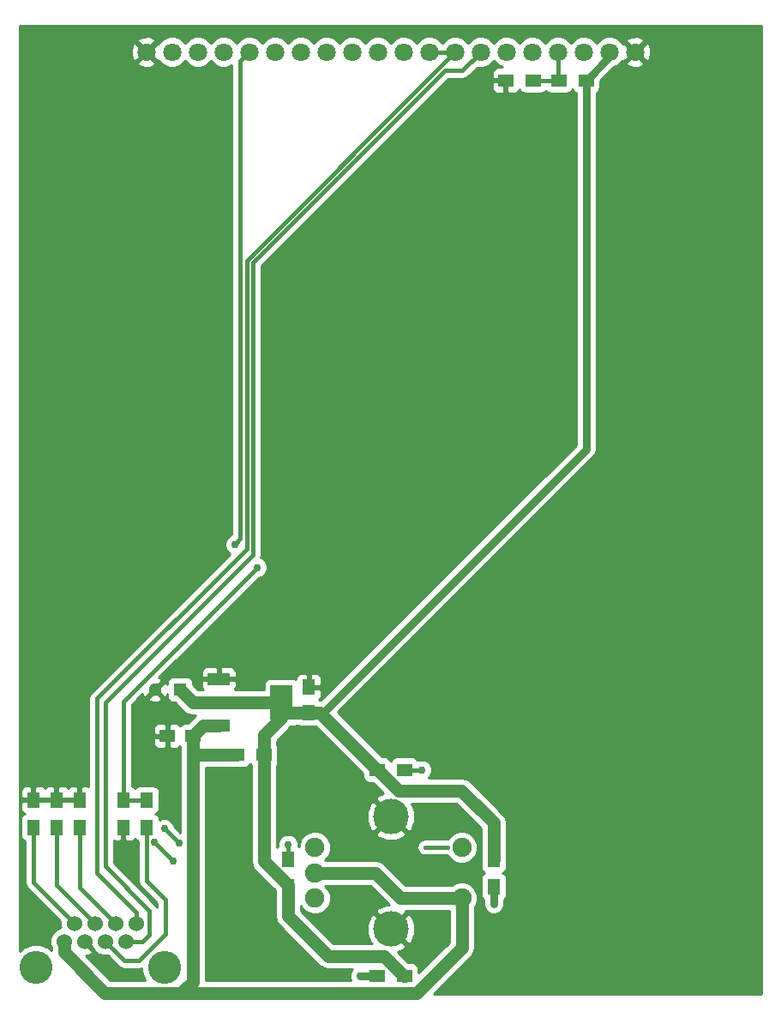
<source format=gbr>
G04 #@! TF.FileFunction,Copper,L1,Top,Signal*
%FSLAX46Y46*%
G04 Gerber Fmt 4.6, Leading zero omitted, Abs format (unit mm)*
G04 Created by KiCad (PCBNEW 4.0.2+dfsg1-stable) date Thu 23 Aug 2018 11:31:01 AM EDT*
%MOMM*%
G01*
G04 APERTURE LIST*
%ADD10C,0.100000*%
%ADD11R,1.300000X1.500000*%
%ADD12R,1.500000X1.300000*%
%ADD13R,1.500000X1.250000*%
%ADD14C,1.300000*%
%ADD15R,1.300000X1.300000*%
%ADD16R,1.250000X1.500000*%
%ADD17R,2.200000X1.200000*%
%ADD18R,2.200000X3.500000*%
%ADD19C,1.800000*%
%ADD20C,1.900000*%
%ADD21C,3.500000*%
%ADD22C,3.251200*%
%ADD23C,1.524000*%
%ADD24C,0.762000*%
%ADD25C,0.381000*%
%ADD26C,1.270000*%
%ADD27C,0.762000*%
%ADD28C,0.254000*%
G04 APERTURE END LIST*
D10*
D11*
X67310000Y-130128000D03*
X67310000Y-127428000D03*
D12*
X117326400Y-56388000D03*
X114626400Y-56388000D03*
X112094000Y-56388000D03*
X109394000Y-56388000D03*
D13*
X78484929Y-121110373D03*
X75984929Y-121110373D03*
D14*
X74734929Y-116538373D03*
D15*
X77234929Y-116538373D03*
D16*
X89934929Y-118804373D03*
X89934929Y-116304373D03*
D11*
X62738000Y-130128000D03*
X62738000Y-127428000D03*
X65024000Y-130128000D03*
X65024000Y-127428000D03*
X73914000Y-130128000D03*
X73914000Y-127428000D03*
X71628000Y-127428000D03*
X71628000Y-130128000D03*
D17*
X81044929Y-120108373D03*
X81044929Y-117808373D03*
X81044929Y-115508373D03*
D18*
X87244929Y-117808373D03*
D19*
X122174000Y-53594000D03*
X119634000Y-53594000D03*
X117094000Y-53594000D03*
X114554000Y-53594000D03*
X112014000Y-53594000D03*
X109474000Y-53594000D03*
X106934000Y-53594000D03*
X104394000Y-53594000D03*
X101854000Y-53594000D03*
X99314000Y-53594000D03*
X96774000Y-53594000D03*
X94234000Y-53594000D03*
X91694000Y-53594000D03*
X89154000Y-53594000D03*
X86614000Y-53594000D03*
X84074000Y-53594000D03*
X81534000Y-53594000D03*
X78994000Y-53594000D03*
X76454000Y-53594000D03*
X73914000Y-53594000D03*
D11*
X87884000Y-135970000D03*
X87884000Y-133270000D03*
D12*
X99394000Y-144780000D03*
X96694000Y-144780000D03*
D11*
X108204000Y-133270000D03*
X108204000Y-135970000D03*
D12*
X96694000Y-124460000D03*
X99394000Y-124460000D03*
D20*
X105044000Y-132120000D03*
X105044000Y-137120000D03*
X90544000Y-132120000D03*
X90544000Y-134620000D03*
X90544000Y-137120000D03*
D21*
X98044000Y-140170000D03*
X98044000Y-129070000D03*
D12*
X85499993Y-122982401D03*
X82799993Y-122982401D03*
D22*
X75692000Y-143941800D03*
X62992000Y-143941800D03*
D23*
X71882000Y-141401800D03*
X69850000Y-141401800D03*
X67818000Y-141401800D03*
X65786000Y-141401800D03*
X72898000Y-139623800D03*
X70866000Y-139623800D03*
X68834000Y-139623800D03*
X66802000Y-139623800D03*
D24*
X85496400Y-135712200D03*
X86106000Y-138480800D03*
X71602600Y-131800600D03*
X67284600Y-125933200D03*
X77139800Y-131724400D03*
X75666600Y-130276600D03*
X76536205Y-133433924D03*
X74726800Y-131622800D03*
X84836000Y-104470200D03*
X82626200Y-102235000D03*
X87884000Y-131826000D03*
X94996000Y-144780000D03*
X108204000Y-137668000D03*
X101092000Y-124460000D03*
D25*
X101447600Y-132080000D02*
X103649499Y-132080000D01*
X86106000Y-138480800D02*
X86106000Y-136321800D01*
X86106000Y-136321800D02*
X85496400Y-135712200D01*
X71628000Y-130128000D02*
X71628000Y-131775200D01*
X71628000Y-131775200D02*
X71602600Y-131800600D01*
X67310000Y-127428000D02*
X65024000Y-127428000D01*
X62738000Y-127428000D02*
X65024000Y-127428000D01*
X67310000Y-127428000D02*
X67310000Y-125958600D01*
X67310000Y-125958600D02*
X67284600Y-125933200D01*
D26*
X90544000Y-134620000D02*
X90567015Y-134643015D01*
X90567015Y-134643015D02*
X96511706Y-134643015D01*
X96511706Y-134643015D02*
X98989562Y-137120871D01*
X98989562Y-137120871D02*
X105043129Y-137120871D01*
X105043129Y-137120871D02*
X105044000Y-137120000D01*
X77352427Y-146511113D02*
X100565889Y-146511113D01*
X100565889Y-146511113D02*
X105044000Y-142033002D01*
X105044000Y-142033002D02*
X105044000Y-138463502D01*
X105044000Y-138463502D02*
X105044000Y-137120000D01*
X78484929Y-133605071D02*
X78484929Y-145378611D01*
X78484929Y-145378611D02*
X77352427Y-146511113D01*
X77352427Y-146511113D02*
X69817683Y-146511113D01*
X69817683Y-146511113D02*
X65786000Y-142479430D01*
X65786000Y-142479430D02*
X65786000Y-141401800D01*
D27*
X78484929Y-133693418D02*
X78484929Y-133605071D01*
D26*
X81044929Y-120108373D02*
X79486929Y-120108373D01*
X79486929Y-120108373D02*
X78484929Y-121110373D01*
X78484929Y-133605071D02*
X78484929Y-122986800D01*
X78484929Y-122986800D02*
X78484929Y-121110373D01*
X82799993Y-122982401D02*
X80779993Y-122982401D01*
X80779993Y-122982401D02*
X80775594Y-122986800D01*
X80775594Y-122986800D02*
X78484929Y-122986800D01*
X85499993Y-122982401D02*
X85499993Y-133485993D01*
X85499993Y-133485993D02*
X87884000Y-135870000D01*
X87884000Y-135870000D02*
X87884000Y-135970000D01*
X87970702Y-118782538D02*
X89408000Y-118782538D01*
D27*
X117326400Y-92799902D02*
X91343764Y-118782538D01*
D26*
X89408000Y-118782538D02*
X89913094Y-118782538D01*
D27*
X117326400Y-56388000D02*
X117326400Y-92799902D01*
X91343764Y-118782538D02*
X89408000Y-118782538D01*
X119634000Y-53594000D02*
X119634000Y-54080400D01*
X119634000Y-54080400D02*
X117326400Y-56388000D01*
D26*
X87884000Y-135970000D02*
X87884000Y-138873002D01*
X87884000Y-138873002D02*
X91870998Y-142860000D01*
X91870998Y-142860000D02*
X97374000Y-142860000D01*
X97374000Y-142860000D02*
X99294000Y-144780000D01*
X99294000Y-144780000D02*
X99394000Y-144780000D01*
X104996599Y-126484999D02*
X108204000Y-129692400D01*
X108204000Y-129692400D02*
X108204000Y-133270000D01*
X96694000Y-124460000D02*
X96794000Y-124460000D01*
X96794000Y-124460000D02*
X98818999Y-126484999D01*
X98818999Y-126484999D02*
X104996599Y-126484999D01*
X89934929Y-118804373D02*
X91038373Y-118804373D01*
X91038373Y-118804373D02*
X96694000Y-124460000D01*
X85499993Y-122982401D02*
X85499993Y-121062401D01*
X85499993Y-121062401D02*
X87198200Y-119364194D01*
X87198200Y-119364194D02*
X87198200Y-117855102D01*
X87198200Y-117855102D02*
X87244929Y-117808373D01*
X87244929Y-117808373D02*
X87244929Y-118056765D01*
X87244929Y-118056765D02*
X87970702Y-118782538D01*
X89913094Y-118782538D02*
X89934929Y-118804373D01*
X77234929Y-116538373D02*
X78504929Y-117808373D01*
X78504929Y-117808373D02*
X81044929Y-117808373D01*
X81044929Y-117808373D02*
X87244929Y-117808373D01*
D25*
X75666600Y-130276600D02*
X75692000Y-130276600D01*
X75692000Y-130276600D02*
X77139800Y-131724400D01*
X70866000Y-139623800D02*
X67310000Y-136067800D01*
X67310000Y-136067800D02*
X67310000Y-130128000D01*
X68834000Y-139623800D02*
X65024000Y-135813800D01*
X65024000Y-135813800D02*
X65024000Y-130128000D01*
X74726800Y-131622800D02*
X76536205Y-133432205D01*
X76536205Y-133432205D02*
X76536205Y-133433924D01*
X66802000Y-139623800D02*
X62738000Y-135559800D01*
X62738000Y-135559800D02*
X62738000Y-130128000D01*
X106934000Y-53594000D02*
X105099035Y-55428965D01*
X105099035Y-55428965D02*
X103399053Y-55428965D01*
X103399053Y-55428965D02*
X84428116Y-74399902D01*
X84428116Y-103277884D02*
X69879417Y-117826583D01*
X84428116Y-74399902D02*
X84428116Y-103277884D01*
X73533000Y-141401800D02*
X71882000Y-141401800D01*
X69879417Y-117826583D02*
X69879417Y-134014417D01*
X69879417Y-134014417D02*
X74218800Y-138353800D01*
X74218800Y-138353800D02*
X74218800Y-140716000D01*
X74218800Y-140716000D02*
X73533000Y-141401800D01*
X72898000Y-139623800D02*
X72898000Y-138546170D01*
X72898000Y-138546170D02*
X69019695Y-134667865D01*
X69019695Y-134667865D02*
X69019695Y-117416305D01*
X83823191Y-102612809D02*
X83823191Y-74164809D01*
X69019695Y-117416305D02*
X83823191Y-102612809D01*
X83823191Y-74164809D02*
X103494001Y-54493999D01*
X103494001Y-54493999D02*
X104394000Y-53594000D01*
X104394000Y-53594000D02*
X101854000Y-53594000D01*
X71628000Y-127428000D02*
X71628000Y-117678200D01*
X84836000Y-104470200D02*
X71628000Y-117678200D01*
X83174001Y-101664326D02*
X82626200Y-102212127D01*
X82626200Y-102212127D02*
X82626200Y-102235000D01*
X71628000Y-127428000D02*
X73914000Y-127428000D01*
X83174001Y-54493999D02*
X83174001Y-101664326D01*
X84074000Y-53594000D02*
X83174001Y-54493999D01*
X87884000Y-133270000D02*
X87884000Y-131826000D01*
D27*
X96694000Y-144780000D02*
X94996000Y-144780000D01*
X108204000Y-135970000D02*
X108204000Y-137668000D01*
D25*
X99394000Y-124460000D02*
X101092000Y-124460000D01*
X112094000Y-56388000D02*
X114626400Y-56388000D01*
X114554000Y-53594000D02*
X114554000Y-56315600D01*
X114554000Y-56315600D02*
X114626400Y-56388000D01*
X69850000Y-141401800D02*
X71755000Y-143306800D01*
X73918252Y-135411652D02*
X73918252Y-130132252D01*
X71755000Y-143306800D02*
X73152000Y-143306800D01*
X73152000Y-143306800D02*
X75793600Y-140665200D01*
X75793600Y-140665200D02*
X75793600Y-137287000D01*
X75793600Y-137287000D02*
X73918252Y-135411652D01*
X73918252Y-130132252D02*
X73914000Y-130128000D01*
D28*
G36*
X134672000Y-146610000D02*
X102263054Y-146610000D01*
X105942023Y-142931030D01*
X105942026Y-142931028D01*
X106217327Y-142519010D01*
X106314000Y-142033002D01*
X106314000Y-138091790D01*
X106386914Y-138019003D01*
X106628724Y-137436659D01*
X106629275Y-136806107D01*
X106388481Y-136223343D01*
X105943003Y-135777086D01*
X105360659Y-135535276D01*
X104730107Y-135534725D01*
X104147343Y-135775519D01*
X104071859Y-135850871D01*
X99515613Y-135850871D01*
X97409732Y-133744989D01*
X96997714Y-133469688D01*
X96511706Y-133373014D01*
X96511701Y-133373015D01*
X91538765Y-133373015D01*
X91535529Y-133369774D01*
X91886914Y-133019003D01*
X92128724Y-132436659D01*
X92129035Y-132080000D01*
X100622100Y-132080000D01*
X100684937Y-132395905D01*
X100863883Y-132663717D01*
X101131695Y-132842663D01*
X101447600Y-132905500D01*
X103649499Y-132905500D01*
X103653279Y-132904748D01*
X103699519Y-133016657D01*
X104144997Y-133462914D01*
X104727341Y-133704724D01*
X105357893Y-133705275D01*
X105940657Y-133464481D01*
X106386914Y-133019003D01*
X106628724Y-132436659D01*
X106629275Y-131806107D01*
X106388481Y-131223343D01*
X105943003Y-130777086D01*
X105360659Y-130535276D01*
X104730107Y-130534725D01*
X104147343Y-130775519D01*
X103701086Y-131220997D01*
X103684300Y-131261422D01*
X103649499Y-131254500D01*
X101447600Y-131254500D01*
X101131695Y-131317337D01*
X100863883Y-131496283D01*
X100684937Y-131764095D01*
X100622100Y-132080000D01*
X92129035Y-132080000D01*
X92129275Y-131806107D01*
X91888481Y-131223343D01*
X91443003Y-130777086D01*
X91412760Y-130764528D01*
X96529077Y-130764528D01*
X96719364Y-131109271D01*
X97600591Y-131460956D01*
X98549323Y-131448641D01*
X99368636Y-131109271D01*
X99558923Y-130764528D01*
X98044000Y-129249605D01*
X96529077Y-130764528D01*
X91412760Y-130764528D01*
X90860659Y-130535276D01*
X90230107Y-130534725D01*
X89647343Y-130775519D01*
X89201086Y-131220997D01*
X88959276Y-131803341D01*
X88959068Y-132041896D01*
X88899848Y-132001433D01*
X88900176Y-131624792D01*
X88745825Y-131251234D01*
X88460269Y-130965179D01*
X88086982Y-130810176D01*
X87682792Y-130809824D01*
X87309234Y-130964175D01*
X87023179Y-131249731D01*
X86868176Y-131623018D01*
X86867847Y-132001029D01*
X86782559Y-132055910D01*
X86769993Y-132074301D01*
X86769993Y-128626591D01*
X95653044Y-128626591D01*
X95665359Y-129575323D01*
X96004729Y-130394636D01*
X96349472Y-130584923D01*
X97864395Y-129070000D01*
X96349472Y-127555077D01*
X96004729Y-127745364D01*
X95653044Y-128626591D01*
X86769993Y-128626591D01*
X86769993Y-123996152D01*
X86846424Y-123884291D01*
X86897433Y-123632401D01*
X86897433Y-122332401D01*
X86853155Y-122097084D01*
X86769993Y-121967847D01*
X86769993Y-121588453D01*
X88096223Y-120262222D01*
X88096226Y-120262220D01*
X88133916Y-120205813D01*
X88344929Y-120205813D01*
X88580246Y-120161535D01*
X88749632Y-120052538D01*
X88914222Y-120052538D01*
X89058039Y-120150804D01*
X89309929Y-120201813D01*
X90559929Y-120201813D01*
X90627118Y-120189170D01*
X95296560Y-124858611D01*
X95296560Y-125110000D01*
X95340838Y-125345317D01*
X95479910Y-125561441D01*
X95692110Y-125706431D01*
X95944000Y-125757440D01*
X96295388Y-125757440D01*
X97319919Y-126781971D01*
X96719364Y-127030729D01*
X96529077Y-127375472D01*
X98044000Y-128890395D01*
X98058143Y-128876253D01*
X98237748Y-129055858D01*
X98223605Y-129070000D01*
X99738528Y-130584923D01*
X100083271Y-130394636D01*
X100434956Y-129513409D01*
X100422641Y-128564677D01*
X100087262Y-127754999D01*
X104470547Y-127754999D01*
X106934000Y-130218452D01*
X106934000Y-132384497D01*
X106906560Y-132520000D01*
X106906560Y-134020000D01*
X106950838Y-134255317D01*
X107089910Y-134471441D01*
X107302110Y-134616431D01*
X107315197Y-134619081D01*
X107102559Y-134755910D01*
X106957569Y-134968110D01*
X106906560Y-135220000D01*
X106906560Y-136720000D01*
X106950838Y-136955317D01*
X107089910Y-137171441D01*
X107188000Y-137238463D01*
X107188000Y-137667113D01*
X107187824Y-137869208D01*
X107342175Y-138242766D01*
X107627731Y-138528821D01*
X108001018Y-138683824D01*
X108405208Y-138684176D01*
X108778766Y-138529825D01*
X109064821Y-138244269D01*
X109219824Y-137870982D01*
X109220176Y-137466792D01*
X109220000Y-137466366D01*
X109220000Y-137239070D01*
X109305441Y-137184090D01*
X109450431Y-136971890D01*
X109501440Y-136720000D01*
X109501440Y-135220000D01*
X109457162Y-134984683D01*
X109318090Y-134768559D01*
X109105890Y-134623569D01*
X109092803Y-134620919D01*
X109305441Y-134484090D01*
X109450431Y-134271890D01*
X109501440Y-134020000D01*
X109501440Y-132520000D01*
X109474000Y-132374169D01*
X109474000Y-129692405D01*
X109474001Y-129692400D01*
X109377327Y-129206392D01*
X109102026Y-128794374D01*
X105894625Y-125586973D01*
X105482607Y-125311672D01*
X104996599Y-125214998D01*
X104996594Y-125214999D01*
X101773779Y-125214999D01*
X101952821Y-125036269D01*
X102107824Y-124662982D01*
X102108176Y-124258792D01*
X101953825Y-123885234D01*
X101668269Y-123599179D01*
X101294982Y-123444176D01*
X100890792Y-123443824D01*
X100710810Y-123518191D01*
X100608090Y-123358559D01*
X100395890Y-123213569D01*
X100144000Y-123162560D01*
X98644000Y-123162560D01*
X98408683Y-123206838D01*
X98192559Y-123345910D01*
X98047569Y-123558110D01*
X98044919Y-123571197D01*
X97908090Y-123358559D01*
X97695890Y-123213569D01*
X97444000Y-123162560D01*
X97192611Y-123162560D01*
X92796597Y-118766545D01*
X118044820Y-93518323D01*
X118265061Y-93188709D01*
X118265062Y-93188708D01*
X118342400Y-92799902D01*
X118342400Y-57621418D01*
X118527841Y-57502090D01*
X118672831Y-57289890D01*
X118723840Y-57038000D01*
X118723840Y-56427400D01*
X120081112Y-55070128D01*
X120502371Y-54896068D01*
X120724668Y-54674159D01*
X121273446Y-54674159D01*
X121359852Y-54930643D01*
X121933336Y-55140458D01*
X122543460Y-55114839D01*
X122988148Y-54930643D01*
X123074554Y-54674159D01*
X122174000Y-53773605D01*
X121273446Y-54674159D01*
X120724668Y-54674159D01*
X120934551Y-54464643D01*
X120943203Y-54443806D01*
X121093841Y-54494554D01*
X121994395Y-53594000D01*
X122353605Y-53594000D01*
X123254159Y-54494554D01*
X123510643Y-54408148D01*
X123720458Y-53834664D01*
X123694839Y-53224540D01*
X123510643Y-52779852D01*
X123254159Y-52693446D01*
X122353605Y-53594000D01*
X121994395Y-53594000D01*
X121093841Y-52693446D01*
X120943673Y-52744035D01*
X120936068Y-52725629D01*
X120724650Y-52513841D01*
X121273446Y-52513841D01*
X122174000Y-53414395D01*
X123074554Y-52513841D01*
X122988148Y-52257357D01*
X122414664Y-52047542D01*
X121804540Y-52073161D01*
X121359852Y-52257357D01*
X121273446Y-52513841D01*
X120724650Y-52513841D01*
X120504643Y-52293449D01*
X119940670Y-52059267D01*
X119330009Y-52058735D01*
X118765629Y-52291932D01*
X118363677Y-52693182D01*
X117964643Y-52293449D01*
X117400670Y-52059267D01*
X116790009Y-52058735D01*
X116225629Y-52291932D01*
X115823677Y-52693182D01*
X115424643Y-52293449D01*
X114860670Y-52059267D01*
X114250009Y-52058735D01*
X113685629Y-52291932D01*
X113283677Y-52693182D01*
X112884643Y-52293449D01*
X112320670Y-52059267D01*
X111710009Y-52058735D01*
X111145629Y-52291932D01*
X110743677Y-52693182D01*
X110344643Y-52293449D01*
X109780670Y-52059267D01*
X109170009Y-52058735D01*
X108605629Y-52291932D01*
X108203677Y-52693182D01*
X107804643Y-52293449D01*
X107240670Y-52059267D01*
X106630009Y-52058735D01*
X106065629Y-52291932D01*
X105663677Y-52693182D01*
X105264643Y-52293449D01*
X104700670Y-52059267D01*
X104090009Y-52058735D01*
X103525629Y-52291932D01*
X103123677Y-52693182D01*
X102724643Y-52293449D01*
X102160670Y-52059267D01*
X101550009Y-52058735D01*
X100985629Y-52291932D01*
X100583677Y-52693182D01*
X100184643Y-52293449D01*
X99620670Y-52059267D01*
X99010009Y-52058735D01*
X98445629Y-52291932D01*
X98043677Y-52693182D01*
X97644643Y-52293449D01*
X97080670Y-52059267D01*
X96470009Y-52058735D01*
X95905629Y-52291932D01*
X95503677Y-52693182D01*
X95104643Y-52293449D01*
X94540670Y-52059267D01*
X93930009Y-52058735D01*
X93365629Y-52291932D01*
X92963677Y-52693182D01*
X92564643Y-52293449D01*
X92000670Y-52059267D01*
X91390009Y-52058735D01*
X90825629Y-52291932D01*
X90423677Y-52693182D01*
X90024643Y-52293449D01*
X89460670Y-52059267D01*
X88850009Y-52058735D01*
X88285629Y-52291932D01*
X87883677Y-52693182D01*
X87484643Y-52293449D01*
X86920670Y-52059267D01*
X86310009Y-52058735D01*
X85745629Y-52291932D01*
X85343677Y-52693182D01*
X84944643Y-52293449D01*
X84380670Y-52059267D01*
X83770009Y-52058735D01*
X83205629Y-52291932D01*
X82803677Y-52693182D01*
X82404643Y-52293449D01*
X81840670Y-52059267D01*
X81230009Y-52058735D01*
X80665629Y-52291932D01*
X80263677Y-52693182D01*
X79864643Y-52293449D01*
X79300670Y-52059267D01*
X78690009Y-52058735D01*
X78125629Y-52291932D01*
X77723677Y-52693182D01*
X77324643Y-52293449D01*
X76760670Y-52059267D01*
X76150009Y-52058735D01*
X75585629Y-52291932D01*
X75153449Y-52723357D01*
X75144797Y-52744194D01*
X74994159Y-52693446D01*
X74093605Y-53594000D01*
X74994159Y-54494554D01*
X75144327Y-54443965D01*
X75151932Y-54462371D01*
X75583357Y-54894551D01*
X76147330Y-55128733D01*
X76757991Y-55129265D01*
X77322371Y-54896068D01*
X77724323Y-54494818D01*
X78123357Y-54894551D01*
X78687330Y-55128733D01*
X79297991Y-55129265D01*
X79862371Y-54896068D01*
X80264323Y-54494818D01*
X80663357Y-54894551D01*
X81227330Y-55128733D01*
X81837991Y-55129265D01*
X82348501Y-54918327D01*
X82348501Y-101250429D01*
X82051434Y-101373175D01*
X81765379Y-101658731D01*
X81610376Y-102032018D01*
X81610024Y-102436208D01*
X81764375Y-102809766D01*
X82049931Y-103095821D01*
X82136711Y-103131855D01*
X68435978Y-116832588D01*
X68257032Y-117100399D01*
X68257032Y-117100400D01*
X68194195Y-117416305D01*
X68194195Y-126087687D01*
X68086310Y-126043000D01*
X67595750Y-126043000D01*
X67437000Y-126201750D01*
X67437000Y-127301000D01*
X67457000Y-127301000D01*
X67457000Y-127555000D01*
X67437000Y-127555000D01*
X67437000Y-127575000D01*
X67183000Y-127575000D01*
X67183000Y-127555000D01*
X66183750Y-127555000D01*
X66167000Y-127571750D01*
X66150250Y-127555000D01*
X65151000Y-127555000D01*
X65151000Y-127575000D01*
X64897000Y-127575000D01*
X64897000Y-127555000D01*
X63897750Y-127555000D01*
X63881000Y-127571750D01*
X63864250Y-127555000D01*
X62865000Y-127555000D01*
X62865000Y-127575000D01*
X62611000Y-127575000D01*
X62611000Y-127555000D01*
X61611750Y-127555000D01*
X61453000Y-127713750D01*
X61453000Y-128304309D01*
X61549673Y-128537698D01*
X61728301Y-128716327D01*
X61864287Y-128772654D01*
X61852683Y-128774838D01*
X61636559Y-128913910D01*
X61491569Y-129126110D01*
X61440560Y-129378000D01*
X61440560Y-130878000D01*
X61484838Y-131113317D01*
X61623910Y-131329441D01*
X61836110Y-131474431D01*
X61912500Y-131489900D01*
X61912500Y-135559800D01*
X61975337Y-135875706D01*
X62154283Y-136143517D01*
X65405200Y-139394434D01*
X65404758Y-139900461D01*
X65456748Y-140026288D01*
X64995697Y-140216790D01*
X64602371Y-140609430D01*
X64389243Y-141122700D01*
X64388758Y-141678461D01*
X64516000Y-141986411D01*
X64516000Y-142268697D01*
X64274199Y-142026474D01*
X63443634Y-141681593D01*
X62544312Y-141680808D01*
X61713146Y-142024239D01*
X61416000Y-142320867D01*
X61416000Y-126551691D01*
X61453000Y-126551691D01*
X61453000Y-127142250D01*
X61611750Y-127301000D01*
X62611000Y-127301000D01*
X62611000Y-126201750D01*
X62865000Y-126201750D01*
X62865000Y-127301000D01*
X63864250Y-127301000D01*
X63881000Y-127284250D01*
X63897750Y-127301000D01*
X64897000Y-127301000D01*
X64897000Y-126201750D01*
X65151000Y-126201750D01*
X65151000Y-127301000D01*
X66150250Y-127301000D01*
X66167000Y-127284250D01*
X66183750Y-127301000D01*
X67183000Y-127301000D01*
X67183000Y-126201750D01*
X67024250Y-126043000D01*
X66533690Y-126043000D01*
X66300301Y-126139673D01*
X66167000Y-126272975D01*
X66033699Y-126139673D01*
X65800310Y-126043000D01*
X65309750Y-126043000D01*
X65151000Y-126201750D01*
X64897000Y-126201750D01*
X64738250Y-126043000D01*
X64247690Y-126043000D01*
X64014301Y-126139673D01*
X63881000Y-126272975D01*
X63747699Y-126139673D01*
X63514310Y-126043000D01*
X63023750Y-126043000D01*
X62865000Y-126201750D01*
X62611000Y-126201750D01*
X62452250Y-126043000D01*
X61961690Y-126043000D01*
X61728301Y-126139673D01*
X61549673Y-126318302D01*
X61453000Y-126551691D01*
X61416000Y-126551691D01*
X61416000Y-54674159D01*
X73013446Y-54674159D01*
X73099852Y-54930643D01*
X73673336Y-55140458D01*
X74283460Y-55114839D01*
X74728148Y-54930643D01*
X74814554Y-54674159D01*
X73914000Y-53773605D01*
X73013446Y-54674159D01*
X61416000Y-54674159D01*
X61416000Y-53353336D01*
X72367542Y-53353336D01*
X72393161Y-53963460D01*
X72577357Y-54408148D01*
X72833841Y-54494554D01*
X73734395Y-53594000D01*
X72833841Y-52693446D01*
X72577357Y-52779852D01*
X72367542Y-53353336D01*
X61416000Y-53353336D01*
X61416000Y-52513841D01*
X73013446Y-52513841D01*
X73914000Y-53414395D01*
X74814554Y-52513841D01*
X74728148Y-52257357D01*
X74154664Y-52047542D01*
X73544540Y-52073161D01*
X73099852Y-52257357D01*
X73013446Y-52513841D01*
X61416000Y-52513841D01*
X61416000Y-51002000D01*
X134672000Y-51002000D01*
X134672000Y-146610000D01*
X134672000Y-146610000D01*
G37*
X134672000Y-146610000D02*
X102263054Y-146610000D01*
X105942023Y-142931030D01*
X105942026Y-142931028D01*
X106217327Y-142519010D01*
X106314000Y-142033002D01*
X106314000Y-138091790D01*
X106386914Y-138019003D01*
X106628724Y-137436659D01*
X106629275Y-136806107D01*
X106388481Y-136223343D01*
X105943003Y-135777086D01*
X105360659Y-135535276D01*
X104730107Y-135534725D01*
X104147343Y-135775519D01*
X104071859Y-135850871D01*
X99515613Y-135850871D01*
X97409732Y-133744989D01*
X96997714Y-133469688D01*
X96511706Y-133373014D01*
X96511701Y-133373015D01*
X91538765Y-133373015D01*
X91535529Y-133369774D01*
X91886914Y-133019003D01*
X92128724Y-132436659D01*
X92129035Y-132080000D01*
X100622100Y-132080000D01*
X100684937Y-132395905D01*
X100863883Y-132663717D01*
X101131695Y-132842663D01*
X101447600Y-132905500D01*
X103649499Y-132905500D01*
X103653279Y-132904748D01*
X103699519Y-133016657D01*
X104144997Y-133462914D01*
X104727341Y-133704724D01*
X105357893Y-133705275D01*
X105940657Y-133464481D01*
X106386914Y-133019003D01*
X106628724Y-132436659D01*
X106629275Y-131806107D01*
X106388481Y-131223343D01*
X105943003Y-130777086D01*
X105360659Y-130535276D01*
X104730107Y-130534725D01*
X104147343Y-130775519D01*
X103701086Y-131220997D01*
X103684300Y-131261422D01*
X103649499Y-131254500D01*
X101447600Y-131254500D01*
X101131695Y-131317337D01*
X100863883Y-131496283D01*
X100684937Y-131764095D01*
X100622100Y-132080000D01*
X92129035Y-132080000D01*
X92129275Y-131806107D01*
X91888481Y-131223343D01*
X91443003Y-130777086D01*
X91412760Y-130764528D01*
X96529077Y-130764528D01*
X96719364Y-131109271D01*
X97600591Y-131460956D01*
X98549323Y-131448641D01*
X99368636Y-131109271D01*
X99558923Y-130764528D01*
X98044000Y-129249605D01*
X96529077Y-130764528D01*
X91412760Y-130764528D01*
X90860659Y-130535276D01*
X90230107Y-130534725D01*
X89647343Y-130775519D01*
X89201086Y-131220997D01*
X88959276Y-131803341D01*
X88959068Y-132041896D01*
X88899848Y-132001433D01*
X88900176Y-131624792D01*
X88745825Y-131251234D01*
X88460269Y-130965179D01*
X88086982Y-130810176D01*
X87682792Y-130809824D01*
X87309234Y-130964175D01*
X87023179Y-131249731D01*
X86868176Y-131623018D01*
X86867847Y-132001029D01*
X86782559Y-132055910D01*
X86769993Y-132074301D01*
X86769993Y-128626591D01*
X95653044Y-128626591D01*
X95665359Y-129575323D01*
X96004729Y-130394636D01*
X96349472Y-130584923D01*
X97864395Y-129070000D01*
X96349472Y-127555077D01*
X96004729Y-127745364D01*
X95653044Y-128626591D01*
X86769993Y-128626591D01*
X86769993Y-123996152D01*
X86846424Y-123884291D01*
X86897433Y-123632401D01*
X86897433Y-122332401D01*
X86853155Y-122097084D01*
X86769993Y-121967847D01*
X86769993Y-121588453D01*
X88096223Y-120262222D01*
X88096226Y-120262220D01*
X88133916Y-120205813D01*
X88344929Y-120205813D01*
X88580246Y-120161535D01*
X88749632Y-120052538D01*
X88914222Y-120052538D01*
X89058039Y-120150804D01*
X89309929Y-120201813D01*
X90559929Y-120201813D01*
X90627118Y-120189170D01*
X95296560Y-124858611D01*
X95296560Y-125110000D01*
X95340838Y-125345317D01*
X95479910Y-125561441D01*
X95692110Y-125706431D01*
X95944000Y-125757440D01*
X96295388Y-125757440D01*
X97319919Y-126781971D01*
X96719364Y-127030729D01*
X96529077Y-127375472D01*
X98044000Y-128890395D01*
X98058143Y-128876253D01*
X98237748Y-129055858D01*
X98223605Y-129070000D01*
X99738528Y-130584923D01*
X100083271Y-130394636D01*
X100434956Y-129513409D01*
X100422641Y-128564677D01*
X100087262Y-127754999D01*
X104470547Y-127754999D01*
X106934000Y-130218452D01*
X106934000Y-132384497D01*
X106906560Y-132520000D01*
X106906560Y-134020000D01*
X106950838Y-134255317D01*
X107089910Y-134471441D01*
X107302110Y-134616431D01*
X107315197Y-134619081D01*
X107102559Y-134755910D01*
X106957569Y-134968110D01*
X106906560Y-135220000D01*
X106906560Y-136720000D01*
X106950838Y-136955317D01*
X107089910Y-137171441D01*
X107188000Y-137238463D01*
X107188000Y-137667113D01*
X107187824Y-137869208D01*
X107342175Y-138242766D01*
X107627731Y-138528821D01*
X108001018Y-138683824D01*
X108405208Y-138684176D01*
X108778766Y-138529825D01*
X109064821Y-138244269D01*
X109219824Y-137870982D01*
X109220176Y-137466792D01*
X109220000Y-137466366D01*
X109220000Y-137239070D01*
X109305441Y-137184090D01*
X109450431Y-136971890D01*
X109501440Y-136720000D01*
X109501440Y-135220000D01*
X109457162Y-134984683D01*
X109318090Y-134768559D01*
X109105890Y-134623569D01*
X109092803Y-134620919D01*
X109305441Y-134484090D01*
X109450431Y-134271890D01*
X109501440Y-134020000D01*
X109501440Y-132520000D01*
X109474000Y-132374169D01*
X109474000Y-129692405D01*
X109474001Y-129692400D01*
X109377327Y-129206392D01*
X109102026Y-128794374D01*
X105894625Y-125586973D01*
X105482607Y-125311672D01*
X104996599Y-125214998D01*
X104996594Y-125214999D01*
X101773779Y-125214999D01*
X101952821Y-125036269D01*
X102107824Y-124662982D01*
X102108176Y-124258792D01*
X101953825Y-123885234D01*
X101668269Y-123599179D01*
X101294982Y-123444176D01*
X100890792Y-123443824D01*
X100710810Y-123518191D01*
X100608090Y-123358559D01*
X100395890Y-123213569D01*
X100144000Y-123162560D01*
X98644000Y-123162560D01*
X98408683Y-123206838D01*
X98192559Y-123345910D01*
X98047569Y-123558110D01*
X98044919Y-123571197D01*
X97908090Y-123358559D01*
X97695890Y-123213569D01*
X97444000Y-123162560D01*
X97192611Y-123162560D01*
X92796597Y-118766545D01*
X118044820Y-93518323D01*
X118265061Y-93188709D01*
X118265062Y-93188708D01*
X118342400Y-92799902D01*
X118342400Y-57621418D01*
X118527841Y-57502090D01*
X118672831Y-57289890D01*
X118723840Y-57038000D01*
X118723840Y-56427400D01*
X120081112Y-55070128D01*
X120502371Y-54896068D01*
X120724668Y-54674159D01*
X121273446Y-54674159D01*
X121359852Y-54930643D01*
X121933336Y-55140458D01*
X122543460Y-55114839D01*
X122988148Y-54930643D01*
X123074554Y-54674159D01*
X122174000Y-53773605D01*
X121273446Y-54674159D01*
X120724668Y-54674159D01*
X120934551Y-54464643D01*
X120943203Y-54443806D01*
X121093841Y-54494554D01*
X121994395Y-53594000D01*
X122353605Y-53594000D01*
X123254159Y-54494554D01*
X123510643Y-54408148D01*
X123720458Y-53834664D01*
X123694839Y-53224540D01*
X123510643Y-52779852D01*
X123254159Y-52693446D01*
X122353605Y-53594000D01*
X121994395Y-53594000D01*
X121093841Y-52693446D01*
X120943673Y-52744035D01*
X120936068Y-52725629D01*
X120724650Y-52513841D01*
X121273446Y-52513841D01*
X122174000Y-53414395D01*
X123074554Y-52513841D01*
X122988148Y-52257357D01*
X122414664Y-52047542D01*
X121804540Y-52073161D01*
X121359852Y-52257357D01*
X121273446Y-52513841D01*
X120724650Y-52513841D01*
X120504643Y-52293449D01*
X119940670Y-52059267D01*
X119330009Y-52058735D01*
X118765629Y-52291932D01*
X118363677Y-52693182D01*
X117964643Y-52293449D01*
X117400670Y-52059267D01*
X116790009Y-52058735D01*
X116225629Y-52291932D01*
X115823677Y-52693182D01*
X115424643Y-52293449D01*
X114860670Y-52059267D01*
X114250009Y-52058735D01*
X113685629Y-52291932D01*
X113283677Y-52693182D01*
X112884643Y-52293449D01*
X112320670Y-52059267D01*
X111710009Y-52058735D01*
X111145629Y-52291932D01*
X110743677Y-52693182D01*
X110344643Y-52293449D01*
X109780670Y-52059267D01*
X109170009Y-52058735D01*
X108605629Y-52291932D01*
X108203677Y-52693182D01*
X107804643Y-52293449D01*
X107240670Y-52059267D01*
X106630009Y-52058735D01*
X106065629Y-52291932D01*
X105663677Y-52693182D01*
X105264643Y-52293449D01*
X104700670Y-52059267D01*
X104090009Y-52058735D01*
X103525629Y-52291932D01*
X103123677Y-52693182D01*
X102724643Y-52293449D01*
X102160670Y-52059267D01*
X101550009Y-52058735D01*
X100985629Y-52291932D01*
X100583677Y-52693182D01*
X100184643Y-52293449D01*
X99620670Y-52059267D01*
X99010009Y-52058735D01*
X98445629Y-52291932D01*
X98043677Y-52693182D01*
X97644643Y-52293449D01*
X97080670Y-52059267D01*
X96470009Y-52058735D01*
X95905629Y-52291932D01*
X95503677Y-52693182D01*
X95104643Y-52293449D01*
X94540670Y-52059267D01*
X93930009Y-52058735D01*
X93365629Y-52291932D01*
X92963677Y-52693182D01*
X92564643Y-52293449D01*
X92000670Y-52059267D01*
X91390009Y-52058735D01*
X90825629Y-52291932D01*
X90423677Y-52693182D01*
X90024643Y-52293449D01*
X89460670Y-52059267D01*
X88850009Y-52058735D01*
X88285629Y-52291932D01*
X87883677Y-52693182D01*
X87484643Y-52293449D01*
X86920670Y-52059267D01*
X86310009Y-52058735D01*
X85745629Y-52291932D01*
X85343677Y-52693182D01*
X84944643Y-52293449D01*
X84380670Y-52059267D01*
X83770009Y-52058735D01*
X83205629Y-52291932D01*
X82803677Y-52693182D01*
X82404643Y-52293449D01*
X81840670Y-52059267D01*
X81230009Y-52058735D01*
X80665629Y-52291932D01*
X80263677Y-52693182D01*
X79864643Y-52293449D01*
X79300670Y-52059267D01*
X78690009Y-52058735D01*
X78125629Y-52291932D01*
X77723677Y-52693182D01*
X77324643Y-52293449D01*
X76760670Y-52059267D01*
X76150009Y-52058735D01*
X75585629Y-52291932D01*
X75153449Y-52723357D01*
X75144797Y-52744194D01*
X74994159Y-52693446D01*
X74093605Y-53594000D01*
X74994159Y-54494554D01*
X75144327Y-54443965D01*
X75151932Y-54462371D01*
X75583357Y-54894551D01*
X76147330Y-55128733D01*
X76757991Y-55129265D01*
X77322371Y-54896068D01*
X77724323Y-54494818D01*
X78123357Y-54894551D01*
X78687330Y-55128733D01*
X79297991Y-55129265D01*
X79862371Y-54896068D01*
X80264323Y-54494818D01*
X80663357Y-54894551D01*
X81227330Y-55128733D01*
X81837991Y-55129265D01*
X82348501Y-54918327D01*
X82348501Y-101250429D01*
X82051434Y-101373175D01*
X81765379Y-101658731D01*
X81610376Y-102032018D01*
X81610024Y-102436208D01*
X81764375Y-102809766D01*
X82049931Y-103095821D01*
X82136711Y-103131855D01*
X68435978Y-116832588D01*
X68257032Y-117100399D01*
X68257032Y-117100400D01*
X68194195Y-117416305D01*
X68194195Y-126087687D01*
X68086310Y-126043000D01*
X67595750Y-126043000D01*
X67437000Y-126201750D01*
X67437000Y-127301000D01*
X67457000Y-127301000D01*
X67457000Y-127555000D01*
X67437000Y-127555000D01*
X67437000Y-127575000D01*
X67183000Y-127575000D01*
X67183000Y-127555000D01*
X66183750Y-127555000D01*
X66167000Y-127571750D01*
X66150250Y-127555000D01*
X65151000Y-127555000D01*
X65151000Y-127575000D01*
X64897000Y-127575000D01*
X64897000Y-127555000D01*
X63897750Y-127555000D01*
X63881000Y-127571750D01*
X63864250Y-127555000D01*
X62865000Y-127555000D01*
X62865000Y-127575000D01*
X62611000Y-127575000D01*
X62611000Y-127555000D01*
X61611750Y-127555000D01*
X61453000Y-127713750D01*
X61453000Y-128304309D01*
X61549673Y-128537698D01*
X61728301Y-128716327D01*
X61864287Y-128772654D01*
X61852683Y-128774838D01*
X61636559Y-128913910D01*
X61491569Y-129126110D01*
X61440560Y-129378000D01*
X61440560Y-130878000D01*
X61484838Y-131113317D01*
X61623910Y-131329441D01*
X61836110Y-131474431D01*
X61912500Y-131489900D01*
X61912500Y-135559800D01*
X61975337Y-135875706D01*
X62154283Y-136143517D01*
X65405200Y-139394434D01*
X65404758Y-139900461D01*
X65456748Y-140026288D01*
X64995697Y-140216790D01*
X64602371Y-140609430D01*
X64389243Y-141122700D01*
X64388758Y-141678461D01*
X64516000Y-141986411D01*
X64516000Y-142268697D01*
X64274199Y-142026474D01*
X63443634Y-141681593D01*
X62544312Y-141680808D01*
X61713146Y-142024239D01*
X61416000Y-142320867D01*
X61416000Y-126551691D01*
X61453000Y-126551691D01*
X61453000Y-127142250D01*
X61611750Y-127301000D01*
X62611000Y-127301000D01*
X62611000Y-126201750D01*
X62865000Y-126201750D01*
X62865000Y-127301000D01*
X63864250Y-127301000D01*
X63881000Y-127284250D01*
X63897750Y-127301000D01*
X64897000Y-127301000D01*
X64897000Y-126201750D01*
X65151000Y-126201750D01*
X65151000Y-127301000D01*
X66150250Y-127301000D01*
X66167000Y-127284250D01*
X66183750Y-127301000D01*
X67183000Y-127301000D01*
X67183000Y-126201750D01*
X67024250Y-126043000D01*
X66533690Y-126043000D01*
X66300301Y-126139673D01*
X66167000Y-126272975D01*
X66033699Y-126139673D01*
X65800310Y-126043000D01*
X65309750Y-126043000D01*
X65151000Y-126201750D01*
X64897000Y-126201750D01*
X64738250Y-126043000D01*
X64247690Y-126043000D01*
X64014301Y-126139673D01*
X63881000Y-126272975D01*
X63747699Y-126139673D01*
X63514310Y-126043000D01*
X63023750Y-126043000D01*
X62865000Y-126201750D01*
X62611000Y-126201750D01*
X62452250Y-126043000D01*
X61961690Y-126043000D01*
X61728301Y-126139673D01*
X61549673Y-126318302D01*
X61453000Y-126551691D01*
X61416000Y-126551691D01*
X61416000Y-54674159D01*
X73013446Y-54674159D01*
X73099852Y-54930643D01*
X73673336Y-55140458D01*
X74283460Y-55114839D01*
X74728148Y-54930643D01*
X74814554Y-54674159D01*
X73914000Y-53773605D01*
X73013446Y-54674159D01*
X61416000Y-54674159D01*
X61416000Y-53353336D01*
X72367542Y-53353336D01*
X72393161Y-53963460D01*
X72577357Y-54408148D01*
X72833841Y-54494554D01*
X73734395Y-53594000D01*
X72833841Y-52693446D01*
X72577357Y-52779852D01*
X72367542Y-53353336D01*
X61416000Y-53353336D01*
X61416000Y-52513841D01*
X73013446Y-52513841D01*
X73914000Y-53414395D01*
X74814554Y-52513841D01*
X74728148Y-52257357D01*
X74154664Y-52047542D01*
X73544540Y-52073161D01*
X73099852Y-52257357D01*
X73013446Y-52513841D01*
X61416000Y-52513841D01*
X61416000Y-51002000D01*
X134672000Y-51002000D01*
X134672000Y-146610000D01*
G36*
X68011748Y-141387658D02*
X67997605Y-141401800D01*
X68578440Y-141982635D01*
X68664990Y-142192103D01*
X69057630Y-142585429D01*
X69570900Y-142798557D01*
X70079767Y-142799001D01*
X71171283Y-143890517D01*
X71439095Y-144069463D01*
X71755000Y-144132301D01*
X71755005Y-144132300D01*
X73152000Y-144132300D01*
X73431281Y-144076748D01*
X73431008Y-144389488D01*
X73774439Y-145220654D01*
X73794862Y-145241113D01*
X70343734Y-145241113D01*
X67899110Y-142796489D01*
X68165368Y-142783162D01*
X68549143Y-142624197D01*
X68618608Y-142382013D01*
X67818000Y-141581405D01*
X67803858Y-141595548D01*
X67624253Y-141415943D01*
X67638395Y-141401800D01*
X67624253Y-141387658D01*
X67803858Y-141208053D01*
X67818000Y-141222195D01*
X67832143Y-141208053D01*
X68011748Y-141387658D01*
X68011748Y-141387658D01*
G37*
X68011748Y-141387658D02*
X67997605Y-141401800D01*
X68578440Y-141982635D01*
X68664990Y-142192103D01*
X69057630Y-142585429D01*
X69570900Y-142798557D01*
X70079767Y-142799001D01*
X71171283Y-143890517D01*
X71439095Y-144069463D01*
X71755000Y-144132301D01*
X71755005Y-144132300D01*
X73152000Y-144132300D01*
X73431281Y-144076748D01*
X73431008Y-144389488D01*
X73774439Y-145220654D01*
X73794862Y-145241113D01*
X70343734Y-145241113D01*
X67899110Y-142796489D01*
X68165368Y-142783162D01*
X68549143Y-142624197D01*
X68618608Y-142382013D01*
X67818000Y-141581405D01*
X67803858Y-141595548D01*
X67624253Y-141415943D01*
X67638395Y-141401800D01*
X67624253Y-141387658D01*
X67803858Y-141208053D01*
X67818000Y-141222195D01*
X67832143Y-141208053D01*
X68011748Y-141387658D01*
G36*
X84229993Y-123996955D02*
X84229993Y-133485988D01*
X84229992Y-133485993D01*
X84326666Y-133972001D01*
X84601967Y-134384019D01*
X86586560Y-136368612D01*
X86586560Y-136720000D01*
X86614000Y-136865831D01*
X86614000Y-138872997D01*
X86613999Y-138873002D01*
X86710673Y-139359010D01*
X86985974Y-139771028D01*
X90972970Y-143758023D01*
X90972972Y-143758026D01*
X91214155Y-143919179D01*
X91384990Y-144033327D01*
X91870998Y-144130001D01*
X91871003Y-144130000D01*
X94209039Y-144130000D01*
X94135179Y-144203731D01*
X93980176Y-144577018D01*
X93979824Y-144981208D01*
X94087215Y-145241113D01*
X79754929Y-145241113D01*
X79754929Y-124256800D01*
X80775589Y-124256800D01*
X80775594Y-124256801D01*
X80797714Y-124252401D01*
X81914490Y-124252401D01*
X82049993Y-124279841D01*
X83549993Y-124279841D01*
X83785310Y-124235563D01*
X84001434Y-124096491D01*
X84146424Y-123884291D01*
X84149074Y-123871204D01*
X84229993Y-123996955D01*
X84229993Y-123996955D01*
G37*
X84229993Y-123996955D02*
X84229993Y-133485988D01*
X84229992Y-133485993D01*
X84326666Y-133972001D01*
X84601967Y-134384019D01*
X86586560Y-136368612D01*
X86586560Y-136720000D01*
X86614000Y-136865831D01*
X86614000Y-138872997D01*
X86613999Y-138873002D01*
X86710673Y-139359010D01*
X86985974Y-139771028D01*
X90972970Y-143758023D01*
X90972972Y-143758026D01*
X91214155Y-143919179D01*
X91384990Y-144033327D01*
X91870998Y-144130001D01*
X91871003Y-144130000D01*
X94209039Y-144130000D01*
X94135179Y-144203731D01*
X93980176Y-144577018D01*
X93979824Y-144981208D01*
X94087215Y-145241113D01*
X79754929Y-145241113D01*
X79754929Y-124256800D01*
X80775589Y-124256800D01*
X80775594Y-124256801D01*
X80797714Y-124252401D01*
X81914490Y-124252401D01*
X82049993Y-124279841D01*
X83549993Y-124279841D01*
X83785310Y-124235563D01*
X84001434Y-124096491D01*
X84146424Y-123884291D01*
X84149074Y-123871204D01*
X84229993Y-123996955D01*
G36*
X97859830Y-137787190D02*
X97538677Y-137791359D01*
X96719364Y-138130729D01*
X96529077Y-138475472D01*
X98044000Y-139990395D01*
X99558923Y-138475472D01*
X99512226Y-138390871D01*
X103774000Y-138390871D01*
X103774000Y-141506951D01*
X100791440Y-144489510D01*
X100791440Y-144130000D01*
X100747162Y-143894683D01*
X100608090Y-143678559D01*
X100395890Y-143533569D01*
X100144000Y-143482560D01*
X99792612Y-143482560D01*
X98768081Y-142458029D01*
X99368636Y-142209271D01*
X99558923Y-141864528D01*
X98044000Y-140349605D01*
X98029858Y-140363748D01*
X97850253Y-140184143D01*
X97864395Y-140170000D01*
X98223605Y-140170000D01*
X99738528Y-141684923D01*
X100083271Y-141494636D01*
X100434956Y-140613409D01*
X100422641Y-139664677D01*
X100083271Y-138845364D01*
X99738528Y-138655077D01*
X98223605Y-140170000D01*
X97864395Y-140170000D01*
X96349472Y-138655077D01*
X96004729Y-138845364D01*
X95653044Y-139726591D01*
X95665359Y-140675323D01*
X96004729Y-141494636D01*
X96177500Y-141590000D01*
X92397049Y-141590000D01*
X89154000Y-138346950D01*
X89154000Y-137906493D01*
X89199519Y-138016657D01*
X89644997Y-138462914D01*
X90227341Y-138704724D01*
X90857893Y-138705275D01*
X91440657Y-138464481D01*
X91886914Y-138019003D01*
X92128724Y-137436659D01*
X92129275Y-136806107D01*
X91888481Y-136223343D01*
X91578695Y-135913015D01*
X95985654Y-135913015D01*
X97859830Y-137787190D01*
X97859830Y-137787190D01*
G37*
X97859830Y-137787190D02*
X97538677Y-137791359D01*
X96719364Y-138130729D01*
X96529077Y-138475472D01*
X98044000Y-139990395D01*
X99558923Y-138475472D01*
X99512226Y-138390871D01*
X103774000Y-138390871D01*
X103774000Y-141506951D01*
X100791440Y-144489510D01*
X100791440Y-144130000D01*
X100747162Y-143894683D01*
X100608090Y-143678559D01*
X100395890Y-143533569D01*
X100144000Y-143482560D01*
X99792612Y-143482560D01*
X98768081Y-142458029D01*
X99368636Y-142209271D01*
X99558923Y-141864528D01*
X98044000Y-140349605D01*
X98029858Y-140363748D01*
X97850253Y-140184143D01*
X97864395Y-140170000D01*
X98223605Y-140170000D01*
X99738528Y-141684923D01*
X100083271Y-141494636D01*
X100434956Y-140613409D01*
X100422641Y-139664677D01*
X100083271Y-138845364D01*
X99738528Y-138655077D01*
X98223605Y-140170000D01*
X97864395Y-140170000D01*
X96349472Y-138655077D01*
X96004729Y-138845364D01*
X95653044Y-139726591D01*
X95665359Y-140675323D01*
X96004729Y-141494636D01*
X96177500Y-141590000D01*
X92397049Y-141590000D01*
X89154000Y-138346950D01*
X89154000Y-137906493D01*
X89199519Y-138016657D01*
X89644997Y-138462914D01*
X90227341Y-138704724D01*
X90857893Y-138705275D01*
X91440657Y-138464481D01*
X91886914Y-138019003D01*
X92128724Y-137436659D01*
X92129275Y-136806107D01*
X91888481Y-136223343D01*
X91578695Y-135913015D01*
X95985654Y-135913015D01*
X97859830Y-137787190D01*
G36*
X71755000Y-130001000D02*
X71775000Y-130001000D01*
X71775000Y-130255000D01*
X71755000Y-130255000D01*
X71755000Y-131354250D01*
X71913750Y-131513000D01*
X72404310Y-131513000D01*
X72637699Y-131416327D01*
X72770417Y-131283608D01*
X72799910Y-131329441D01*
X73012110Y-131474431D01*
X73092752Y-131490761D01*
X73092752Y-135411652D01*
X73155589Y-135727558D01*
X73334535Y-135995369D01*
X74968100Y-137628933D01*
X74968100Y-138017895D01*
X74868750Y-137869208D01*
X74802517Y-137770083D01*
X74802514Y-137770081D01*
X70704917Y-133672483D01*
X70704917Y-131452205D01*
X70851690Y-131513000D01*
X71342250Y-131513000D01*
X71501000Y-131354250D01*
X71501000Y-130255000D01*
X71481000Y-130255000D01*
X71481000Y-130001000D01*
X71501000Y-130001000D01*
X71501000Y-129981000D01*
X71755000Y-129981000D01*
X71755000Y-130001000D01*
X71755000Y-130001000D01*
G37*
X71755000Y-130001000D02*
X71775000Y-130001000D01*
X71775000Y-130255000D01*
X71755000Y-130255000D01*
X71755000Y-131354250D01*
X71913750Y-131513000D01*
X72404310Y-131513000D01*
X72637699Y-131416327D01*
X72770417Y-131283608D01*
X72799910Y-131329441D01*
X73012110Y-131474431D01*
X73092752Y-131490761D01*
X73092752Y-135411652D01*
X73155589Y-135727558D01*
X73334535Y-135995369D01*
X74968100Y-137628933D01*
X74968100Y-138017895D01*
X74868750Y-137869208D01*
X74802517Y-137770083D01*
X74802514Y-137770081D01*
X70704917Y-133672483D01*
X70704917Y-131452205D01*
X70851690Y-131513000D01*
X71342250Y-131513000D01*
X71501000Y-131354250D01*
X71501000Y-130255000D01*
X71481000Y-130255000D01*
X71481000Y-130001000D01*
X71501000Y-130001000D01*
X71501000Y-129981000D01*
X71755000Y-129981000D01*
X71755000Y-130001000D01*
G36*
X108603357Y-54894551D02*
X109105358Y-55103000D01*
X108517691Y-55103000D01*
X108284302Y-55199673D01*
X108105673Y-55378301D01*
X108009000Y-55611690D01*
X108009000Y-56102250D01*
X108167750Y-56261000D01*
X109267000Y-56261000D01*
X109267000Y-56241000D01*
X109521000Y-56241000D01*
X109521000Y-56261000D01*
X109541000Y-56261000D01*
X109541000Y-56515000D01*
X109521000Y-56515000D01*
X109521000Y-57514250D01*
X109679750Y-57673000D01*
X110270309Y-57673000D01*
X110503698Y-57576327D01*
X110682327Y-57397699D01*
X110738654Y-57261713D01*
X110740838Y-57273317D01*
X110879910Y-57489441D01*
X111092110Y-57634431D01*
X111344000Y-57685440D01*
X112844000Y-57685440D01*
X113079317Y-57641162D01*
X113295441Y-57502090D01*
X113359820Y-57407869D01*
X113412310Y-57489441D01*
X113624510Y-57634431D01*
X113876400Y-57685440D01*
X115376400Y-57685440D01*
X115611717Y-57641162D01*
X115827841Y-57502090D01*
X115972831Y-57289890D01*
X115975481Y-57276803D01*
X116112310Y-57489441D01*
X116310400Y-57624790D01*
X116310400Y-92379061D01*
X91135725Y-117553737D01*
X91038373Y-117534372D01*
X91038368Y-117534373D01*
X90977955Y-117534373D01*
X91098256Y-117414071D01*
X91194929Y-117180682D01*
X91194929Y-116590123D01*
X91036179Y-116431373D01*
X90061929Y-116431373D01*
X90061929Y-116451373D01*
X89807929Y-116451373D01*
X89807929Y-116431373D01*
X89787929Y-116431373D01*
X89787929Y-116177373D01*
X89807929Y-116177373D01*
X89807929Y-115078123D01*
X90061929Y-115078123D01*
X90061929Y-116177373D01*
X91036179Y-116177373D01*
X91194929Y-116018623D01*
X91194929Y-115428064D01*
X91098256Y-115194675D01*
X90919628Y-115016046D01*
X90686239Y-114919373D01*
X90220679Y-114919373D01*
X90061929Y-115078123D01*
X89807929Y-115078123D01*
X89649179Y-114919373D01*
X89183619Y-114919373D01*
X88950230Y-115016046D01*
X88771602Y-115194675D01*
X88674929Y-115428064D01*
X88674929Y-115515312D01*
X88596819Y-115461942D01*
X88344929Y-115410933D01*
X86144929Y-115410933D01*
X85909612Y-115455211D01*
X85693488Y-115594283D01*
X85548498Y-115806483D01*
X85497489Y-116058373D01*
X85497489Y-116538373D01*
X82612954Y-116538373D01*
X82683256Y-116468071D01*
X82779929Y-116234682D01*
X82779929Y-115794123D01*
X82621179Y-115635373D01*
X81171929Y-115635373D01*
X81171929Y-115655373D01*
X80917929Y-115655373D01*
X80917929Y-115635373D01*
X79468679Y-115635373D01*
X79309929Y-115794123D01*
X79309929Y-116234682D01*
X79406602Y-116468071D01*
X79476904Y-116538373D01*
X79030980Y-116538373D01*
X78532369Y-116039761D01*
X78532369Y-115888373D01*
X78488091Y-115653056D01*
X78349019Y-115436932D01*
X78136819Y-115291942D01*
X77884929Y-115240933D01*
X76584929Y-115240933D01*
X76349612Y-115285211D01*
X76133488Y-115424283D01*
X75988498Y-115636483D01*
X75937489Y-115888373D01*
X75937489Y-116050758D01*
X75864540Y-115874644D01*
X75633945Y-115818963D01*
X74914534Y-116538373D01*
X75633945Y-117257783D01*
X75864540Y-117202102D01*
X75937489Y-116992471D01*
X75937489Y-117188373D01*
X75981767Y-117423690D01*
X76120839Y-117639814D01*
X76333039Y-117784804D01*
X76584929Y-117835813D01*
X76736317Y-117835813D01*
X77606901Y-118706396D01*
X77606903Y-118706399D01*
X78018921Y-118981700D01*
X78504929Y-119078373D01*
X78786416Y-119078373D01*
X78588903Y-119210347D01*
X77961317Y-119837933D01*
X77734929Y-119837933D01*
X77499612Y-119882211D01*
X77283488Y-120021283D01*
X77236960Y-120089379D01*
X77094627Y-119947046D01*
X76861238Y-119850373D01*
X76270679Y-119850373D01*
X76111929Y-120009123D01*
X76111929Y-120983373D01*
X76131929Y-120983373D01*
X76131929Y-121237373D01*
X76111929Y-121237373D01*
X76111929Y-122211623D01*
X76270679Y-122370373D01*
X76861238Y-122370373D01*
X77094627Y-122273700D01*
X77214929Y-122153399D01*
X77214929Y-130632096D01*
X76682755Y-130099921D01*
X76682776Y-130075392D01*
X76528425Y-129701834D01*
X76242869Y-129415779D01*
X75869582Y-129260776D01*
X75465392Y-129260424D01*
X75209232Y-129366267D01*
X75167162Y-129142683D01*
X75028090Y-128926559D01*
X74815890Y-128781569D01*
X74802803Y-128778919D01*
X75015441Y-128642090D01*
X75160431Y-128429890D01*
X75211440Y-128178000D01*
X75211440Y-126678000D01*
X75167162Y-126442683D01*
X75028090Y-126226559D01*
X74815890Y-126081569D01*
X74564000Y-126030560D01*
X73264000Y-126030560D01*
X73028683Y-126074838D01*
X72812559Y-126213910D01*
X72772076Y-126273159D01*
X72742090Y-126226559D01*
X72529890Y-126081569D01*
X72453500Y-126066100D01*
X72453500Y-121396123D01*
X74599929Y-121396123D01*
X74599929Y-121861683D01*
X74696602Y-122095072D01*
X74875231Y-122273700D01*
X75108620Y-122370373D01*
X75699179Y-122370373D01*
X75857929Y-122211623D01*
X75857929Y-121237373D01*
X74758679Y-121237373D01*
X74599929Y-121396123D01*
X72453500Y-121396123D01*
X72453500Y-120359063D01*
X74599929Y-120359063D01*
X74599929Y-120824623D01*
X74758679Y-120983373D01*
X75857929Y-120983373D01*
X75857929Y-120009123D01*
X75699179Y-119850373D01*
X75108620Y-119850373D01*
X74875231Y-119947046D01*
X74696602Y-120125674D01*
X74599929Y-120359063D01*
X72453500Y-120359063D01*
X72453500Y-118020134D01*
X73036245Y-117437389D01*
X74015519Y-117437389D01*
X74071200Y-117667984D01*
X74554007Y-117835995D01*
X75064357Y-117806456D01*
X75398658Y-117667984D01*
X75454339Y-117437389D01*
X74734929Y-116717978D01*
X74015519Y-117437389D01*
X73036245Y-117437389D01*
X73507554Y-116966080D01*
X73605318Y-117202102D01*
X73835913Y-117257783D01*
X74555324Y-116538373D01*
X74541181Y-116524231D01*
X74720787Y-116344625D01*
X74734929Y-116358768D01*
X75454339Y-115639357D01*
X75398658Y-115408762D01*
X75151040Y-115322594D01*
X75691569Y-114782064D01*
X79309929Y-114782064D01*
X79309929Y-115222623D01*
X79468679Y-115381373D01*
X80917929Y-115381373D01*
X80917929Y-114432123D01*
X81171929Y-114432123D01*
X81171929Y-115381373D01*
X82621179Y-115381373D01*
X82779929Y-115222623D01*
X82779929Y-114782064D01*
X82683256Y-114548675D01*
X82504628Y-114370046D01*
X82271239Y-114273373D01*
X81330679Y-114273373D01*
X81171929Y-114432123D01*
X80917929Y-114432123D01*
X80759179Y-114273373D01*
X79818619Y-114273373D01*
X79585230Y-114370046D01*
X79406602Y-114548675D01*
X79309929Y-114782064D01*
X75691569Y-114782064D01*
X84987300Y-105486333D01*
X85037208Y-105486376D01*
X85410766Y-105332025D01*
X85696821Y-105046469D01*
X85851824Y-104673182D01*
X85852176Y-104268992D01*
X85697825Y-103895434D01*
X85412269Y-103609379D01*
X85204813Y-103523235D01*
X85253616Y-103277884D01*
X85253616Y-74741836D01*
X103321701Y-56673750D01*
X108009000Y-56673750D01*
X108009000Y-57164310D01*
X108105673Y-57397699D01*
X108284302Y-57576327D01*
X108517691Y-57673000D01*
X109108250Y-57673000D01*
X109267000Y-57514250D01*
X109267000Y-56515000D01*
X108167750Y-56515000D01*
X108009000Y-56673750D01*
X103321701Y-56673750D01*
X103740986Y-56254465D01*
X105099035Y-56254465D01*
X105414941Y-56191628D01*
X105682752Y-56012682D01*
X106584489Y-55110944D01*
X106627330Y-55128733D01*
X107237991Y-55129265D01*
X107802371Y-54896068D01*
X108204323Y-54494818D01*
X108603357Y-54894551D01*
X108603357Y-54894551D01*
G37*
X108603357Y-54894551D02*
X109105358Y-55103000D01*
X108517691Y-55103000D01*
X108284302Y-55199673D01*
X108105673Y-55378301D01*
X108009000Y-55611690D01*
X108009000Y-56102250D01*
X108167750Y-56261000D01*
X109267000Y-56261000D01*
X109267000Y-56241000D01*
X109521000Y-56241000D01*
X109521000Y-56261000D01*
X109541000Y-56261000D01*
X109541000Y-56515000D01*
X109521000Y-56515000D01*
X109521000Y-57514250D01*
X109679750Y-57673000D01*
X110270309Y-57673000D01*
X110503698Y-57576327D01*
X110682327Y-57397699D01*
X110738654Y-57261713D01*
X110740838Y-57273317D01*
X110879910Y-57489441D01*
X111092110Y-57634431D01*
X111344000Y-57685440D01*
X112844000Y-57685440D01*
X113079317Y-57641162D01*
X113295441Y-57502090D01*
X113359820Y-57407869D01*
X113412310Y-57489441D01*
X113624510Y-57634431D01*
X113876400Y-57685440D01*
X115376400Y-57685440D01*
X115611717Y-57641162D01*
X115827841Y-57502090D01*
X115972831Y-57289890D01*
X115975481Y-57276803D01*
X116112310Y-57489441D01*
X116310400Y-57624790D01*
X116310400Y-92379061D01*
X91135725Y-117553737D01*
X91038373Y-117534372D01*
X91038368Y-117534373D01*
X90977955Y-117534373D01*
X91098256Y-117414071D01*
X91194929Y-117180682D01*
X91194929Y-116590123D01*
X91036179Y-116431373D01*
X90061929Y-116431373D01*
X90061929Y-116451373D01*
X89807929Y-116451373D01*
X89807929Y-116431373D01*
X89787929Y-116431373D01*
X89787929Y-116177373D01*
X89807929Y-116177373D01*
X89807929Y-115078123D01*
X90061929Y-115078123D01*
X90061929Y-116177373D01*
X91036179Y-116177373D01*
X91194929Y-116018623D01*
X91194929Y-115428064D01*
X91098256Y-115194675D01*
X90919628Y-115016046D01*
X90686239Y-114919373D01*
X90220679Y-114919373D01*
X90061929Y-115078123D01*
X89807929Y-115078123D01*
X89649179Y-114919373D01*
X89183619Y-114919373D01*
X88950230Y-115016046D01*
X88771602Y-115194675D01*
X88674929Y-115428064D01*
X88674929Y-115515312D01*
X88596819Y-115461942D01*
X88344929Y-115410933D01*
X86144929Y-115410933D01*
X85909612Y-115455211D01*
X85693488Y-115594283D01*
X85548498Y-115806483D01*
X85497489Y-116058373D01*
X85497489Y-116538373D01*
X82612954Y-116538373D01*
X82683256Y-116468071D01*
X82779929Y-116234682D01*
X82779929Y-115794123D01*
X82621179Y-115635373D01*
X81171929Y-115635373D01*
X81171929Y-115655373D01*
X80917929Y-115655373D01*
X80917929Y-115635373D01*
X79468679Y-115635373D01*
X79309929Y-115794123D01*
X79309929Y-116234682D01*
X79406602Y-116468071D01*
X79476904Y-116538373D01*
X79030980Y-116538373D01*
X78532369Y-116039761D01*
X78532369Y-115888373D01*
X78488091Y-115653056D01*
X78349019Y-115436932D01*
X78136819Y-115291942D01*
X77884929Y-115240933D01*
X76584929Y-115240933D01*
X76349612Y-115285211D01*
X76133488Y-115424283D01*
X75988498Y-115636483D01*
X75937489Y-115888373D01*
X75937489Y-116050758D01*
X75864540Y-115874644D01*
X75633945Y-115818963D01*
X74914534Y-116538373D01*
X75633945Y-117257783D01*
X75864540Y-117202102D01*
X75937489Y-116992471D01*
X75937489Y-117188373D01*
X75981767Y-117423690D01*
X76120839Y-117639814D01*
X76333039Y-117784804D01*
X76584929Y-117835813D01*
X76736317Y-117835813D01*
X77606901Y-118706396D01*
X77606903Y-118706399D01*
X78018921Y-118981700D01*
X78504929Y-119078373D01*
X78786416Y-119078373D01*
X78588903Y-119210347D01*
X77961317Y-119837933D01*
X77734929Y-119837933D01*
X77499612Y-119882211D01*
X77283488Y-120021283D01*
X77236960Y-120089379D01*
X77094627Y-119947046D01*
X76861238Y-119850373D01*
X76270679Y-119850373D01*
X76111929Y-120009123D01*
X76111929Y-120983373D01*
X76131929Y-120983373D01*
X76131929Y-121237373D01*
X76111929Y-121237373D01*
X76111929Y-122211623D01*
X76270679Y-122370373D01*
X76861238Y-122370373D01*
X77094627Y-122273700D01*
X77214929Y-122153399D01*
X77214929Y-130632096D01*
X76682755Y-130099921D01*
X76682776Y-130075392D01*
X76528425Y-129701834D01*
X76242869Y-129415779D01*
X75869582Y-129260776D01*
X75465392Y-129260424D01*
X75209232Y-129366267D01*
X75167162Y-129142683D01*
X75028090Y-128926559D01*
X74815890Y-128781569D01*
X74802803Y-128778919D01*
X75015441Y-128642090D01*
X75160431Y-128429890D01*
X75211440Y-128178000D01*
X75211440Y-126678000D01*
X75167162Y-126442683D01*
X75028090Y-126226559D01*
X74815890Y-126081569D01*
X74564000Y-126030560D01*
X73264000Y-126030560D01*
X73028683Y-126074838D01*
X72812559Y-126213910D01*
X72772076Y-126273159D01*
X72742090Y-126226559D01*
X72529890Y-126081569D01*
X72453500Y-126066100D01*
X72453500Y-121396123D01*
X74599929Y-121396123D01*
X74599929Y-121861683D01*
X74696602Y-122095072D01*
X74875231Y-122273700D01*
X75108620Y-122370373D01*
X75699179Y-122370373D01*
X75857929Y-122211623D01*
X75857929Y-121237373D01*
X74758679Y-121237373D01*
X74599929Y-121396123D01*
X72453500Y-121396123D01*
X72453500Y-120359063D01*
X74599929Y-120359063D01*
X74599929Y-120824623D01*
X74758679Y-120983373D01*
X75857929Y-120983373D01*
X75857929Y-120009123D01*
X75699179Y-119850373D01*
X75108620Y-119850373D01*
X74875231Y-119947046D01*
X74696602Y-120125674D01*
X74599929Y-120359063D01*
X72453500Y-120359063D01*
X72453500Y-118020134D01*
X73036245Y-117437389D01*
X74015519Y-117437389D01*
X74071200Y-117667984D01*
X74554007Y-117835995D01*
X75064357Y-117806456D01*
X75398658Y-117667984D01*
X75454339Y-117437389D01*
X74734929Y-116717978D01*
X74015519Y-117437389D01*
X73036245Y-117437389D01*
X73507554Y-116966080D01*
X73605318Y-117202102D01*
X73835913Y-117257783D01*
X74555324Y-116538373D01*
X74541181Y-116524231D01*
X74720787Y-116344625D01*
X74734929Y-116358768D01*
X75454339Y-115639357D01*
X75398658Y-115408762D01*
X75151040Y-115322594D01*
X75691569Y-114782064D01*
X79309929Y-114782064D01*
X79309929Y-115222623D01*
X79468679Y-115381373D01*
X80917929Y-115381373D01*
X80917929Y-114432123D01*
X81171929Y-114432123D01*
X81171929Y-115381373D01*
X82621179Y-115381373D01*
X82779929Y-115222623D01*
X82779929Y-114782064D01*
X82683256Y-114548675D01*
X82504628Y-114370046D01*
X82271239Y-114273373D01*
X81330679Y-114273373D01*
X81171929Y-114432123D01*
X80917929Y-114432123D01*
X80759179Y-114273373D01*
X79818619Y-114273373D01*
X79585230Y-114370046D01*
X79406602Y-114548675D01*
X79309929Y-114782064D01*
X75691569Y-114782064D01*
X84987300Y-105486333D01*
X85037208Y-105486376D01*
X85410766Y-105332025D01*
X85696821Y-105046469D01*
X85851824Y-104673182D01*
X85852176Y-104268992D01*
X85697825Y-103895434D01*
X85412269Y-103609379D01*
X85204813Y-103523235D01*
X85253616Y-103277884D01*
X85253616Y-74741836D01*
X103321701Y-56673750D01*
X108009000Y-56673750D01*
X108009000Y-57164310D01*
X108105673Y-57397699D01*
X108284302Y-57576327D01*
X108517691Y-57673000D01*
X109108250Y-57673000D01*
X109267000Y-57514250D01*
X109267000Y-56515000D01*
X108167750Y-56515000D01*
X108009000Y-56673750D01*
X103321701Y-56673750D01*
X103740986Y-56254465D01*
X105099035Y-56254465D01*
X105414941Y-56191628D01*
X105682752Y-56012682D01*
X106584489Y-55110944D01*
X106627330Y-55128733D01*
X107237991Y-55129265D01*
X107802371Y-54896068D01*
X108204323Y-54494818D01*
X108603357Y-54894551D01*
M02*

</source>
